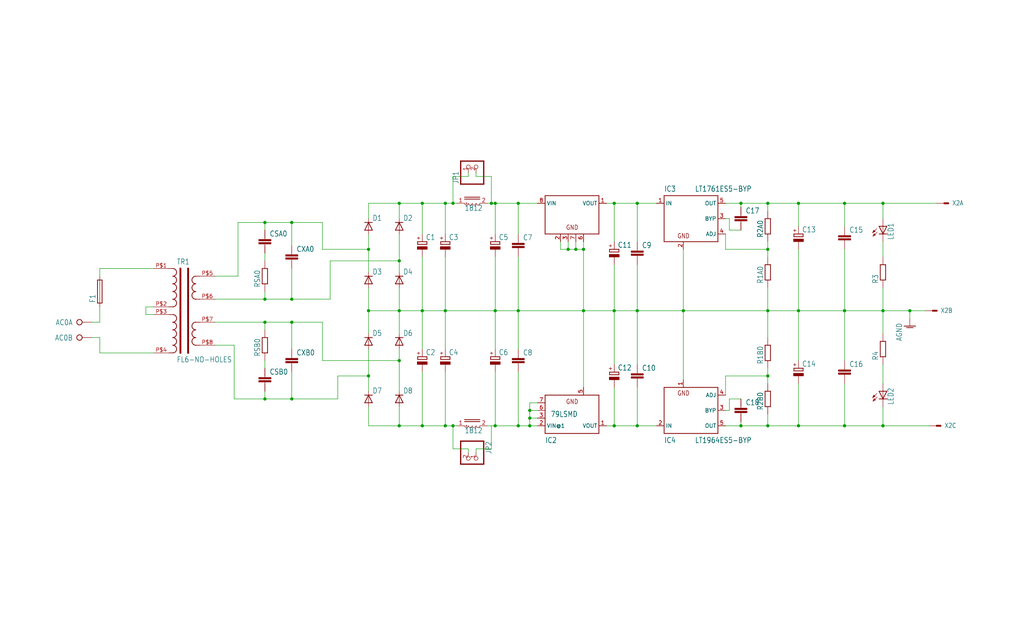
<source format=kicad_sch>
(kicad_sch (version 20230121) (generator eeschema)
  (paper "User" 338.76 210.007)
  (lib_symbols
    (symbol "psu-eagle-import:1812"
      (symbol "1812_1_0"
        (arc (start -2.54 0) (mid -1.9051 -0.5748) (end -1.27 -0.0002) (stroke (width 0.1524)))
        (circle (center -1.905 0) (radius 0.1796))
        (arc (start -1.27 0) (mid -0.6351 -0.5748) (end 0 -0.0002) (stroke (width 0.1524)))
        (polyline (pts (xy 2.54 1.397) (xy -2.54 1.397)) (stroke (width 0.254)))
        (polyline (pts (xy 2.54 2.032) (xy -2.54 2.032)) (stroke (width 0.254)))
        (arc (start 0 0) (mid 0.6349 -0.5748) (end 1.27 -0.0002) (stroke (width 0.1524)))
        (arc (start 1.27 0) (mid 1.9049 -0.5748) (end 2.54 -0.0002) (stroke (width 0.1524)))
        (pin passive line (at -5.08 0 0) (length 2.54) (name "1") (number "1"))
        (pin passive line (at 5.08 0 180) (length 2.54) (name "2") (number "2"))
      )
    )
    (symbol "psu-eagle-import:22-23-2031"
      (property "Reference" "X" (at 2.54 -0.762 0))
      (symbol "22-23-2031_1_0"
        (polyline (pts (xy 1.27 0) (xy 0 0)) (stroke (width 0.6096)))
        (pin passive line (at -2.54 0 0) (length 2.54) (name "S") (number "1"))
      )
      (symbol "22-23-2031_2_0"
        (polyline (pts (xy 1.27 0) (xy 0 0)) (stroke (width 0.6096)))
        (pin passive line (at -2.54 0 0) (length 2.54) (name "S") (number "2"))
      )
      (symbol "22-23-2031_3_0"
        (polyline (pts (xy 1.27 0) (xy 0 0)) (stroke (width 0.6096)))
        (pin passive line (at -2.54 0 0) (length 2.54) (name "S") (number "3"))
      )
    )
    (symbol "psu-eagle-import:78LSMD"
      (symbol "78LSMD_1_0"
        (polyline (pts (xy -8.89 -6.35) (xy -8.89 6.35)) (stroke (width 0.254)))
        (polyline (pts (xy -8.89 6.35) (xy 8.89 6.35)) (stroke (width 0.254)))
        (polyline (pts (xy 8.89 -6.35) (xy -8.89 -6.35)) (stroke (width 0.254)))
        (polyline (pts (xy 8.89 6.35) (xy 8.89 -6.35)) (stroke (width 0.254)))
        (text "GND" (at -2.032 -5.08 0) (effects (font (size 1.524 1.2954)) (justify left bottom)))
        (pin output line (at 11.43 3.81 180) (length 2.54) (name "VOUT") (number "1"))
        (pin power_in line (at -3.81 -8.89 90) (length 2.54) (name "GND@1") (number "2"))
        (pin power_in line (at -1.27 -8.89 90) (length 2.54) (name "GND@2") (number "3"))
        (pin power_in line (at 3.81 -8.89 90) (length 2.54) (name "GND@4") (number "6"))
        (pin power_in line (at 1.27 -8.89 90) (length 2.54) (name "GND@3") (number "7"))
        (pin passive line (at -11.43 3.81 0) (length 2.54) (name "VIN") (number "8"))
      )
      (symbol "78LSMD_2_0"
        (pin no_connect line (at -2.54 0 0) (length 2.54) (name "NC") (number "4"))
      )
      (symbol "78LSMD_3_0"
        (pin no_connect line (at -2.54 0 0) (length 2.54) (name "NC") (number "5"))
      )
    )
    (symbol "psu-eagle-import:79LSMD"
      (property "Reference" "IC" (at -8.89 7.62 0))
      (symbol "79LSMD_1_0"
        (polyline (pts (xy -8.89 -6.35) (xy -8.89 6.35)) (stroke (width 0.254)))
        (polyline (pts (xy -8.89 6.35) (xy 8.89 6.35)) (stroke (width 0.254)))
        (polyline (pts (xy 8.89 -6.35) (xy -8.89 -6.35)) (stroke (width 0.254)))
        (polyline (pts (xy 8.89 6.35) (xy 8.89 -6.35)) (stroke (width 0.254)))
        (text "GND" (at -2.032 -5.08 0) (effects (font (size 1.524 1.2954)) (justify left bottom)))
        (pin output line (at 11.43 3.81 180) (length 2.54) (name "VOUT") (number "1"))
        (pin passive line (at -11.43 3.81 0) (length 2.54) (name "VIN@1") (number "2"))
        (pin power_in line (at -11.43 1.27 0) (length 2.54) (name "VIN@2") (number "3"))
        (pin power_in line (at 3.81 -8.89 90) (length 2.54) (name "GND") (number "5"))
        (pin power_in line (at -11.43 -1.27 0) (length 2.54) (name "VIN@3") (number "6"))
        (pin power_in line (at -11.43 -3.81 0) (length 2.54) (name "VIN@4") (number "7"))
      )
    )
    (symbol "psu-eagle-import:AGND" (power)
      (property "Value" "AGND" (at -2.54 -5.08 90))
      (symbol "AGND_1_0"
        (polyline (pts (xy -1.905 0) (xy 1.905 0)) (stroke (width 0.254)))
        (polyline (pts (xy -1.0922 -0.508) (xy 1.0922 -0.508)) (stroke (width 0.254)))
        (pin power_in line (at 0 2.54 270) (length 2.54) (name "AGND") (number "1"))
      )
    )
    (symbol "psu-eagle-import:C-EUC1206"
      (property "Reference" "C" (at 1.524 0.381 0))
      (symbol "C-EUC1206_1_0"
        (rectangle (start -2.032 -2.032) (end 2.032 -1.524) (fill (type outline)))
        (rectangle (start -2.032 -1.016) (end 2.032 -0.508) (fill (type outline)))
        (polyline (pts (xy 0 -2.54) (xy 0 -2.032)) (stroke (width 0.1524)))
        (polyline (pts (xy 0 0) (xy 0 -0.508)) (stroke (width 0.1524)))
        (pin passive line (at 0 2.54 270) (length 2.54) (name "1") (number "1"))
        (pin passive line (at 0 -5.08 90) (length 2.54) (name "2") (number "2"))
      )
    )
    (symbol "psu-eagle-import:C-EUC1210"
      (property "Reference" "C" (at 1.524 0.381 0))
      (symbol "C-EUC1210_1_0"
        (rectangle (start -2.032 -2.032) (end 2.032 -1.524) (fill (type outline)))
        (rectangle (start -2.032 -1.016) (end 2.032 -0.508) (fill (type outline)))
        (polyline (pts (xy 0 -2.54) (xy 0 -2.032)) (stroke (width 0.1524)))
        (polyline (pts (xy 0 0) (xy 0 -0.508)) (stroke (width 0.1524)))
        (pin passive line (at 0 2.54 270) (length 2.54) (name "1") (number "1"))
        (pin passive line (at 0 -5.08 90) (length 2.54) (name "2") (number "2"))
      )
    )
    (symbol "psu-eagle-import:C-EUC4532"
      (property "Reference" "C" (at 1.524 0.381 0))
      (symbol "C-EUC4532_1_0"
        (rectangle (start -2.032 -2.032) (end 2.032 -1.524) (fill (type outline)))
        (rectangle (start -2.032 -1.016) (end 2.032 -0.508) (fill (type outline)))
        (polyline (pts (xy 0 -2.54) (xy 0 -2.032)) (stroke (width 0.1524)))
        (polyline (pts (xy 0 0) (xy 0 -0.508)) (stroke (width 0.1524)))
        (pin passive line (at 0 2.54 270) (length 2.54) (name "1") (number "1"))
        (pin passive line (at 0 -5.08 90) (length 2.54) (name "2") (number "2"))
      )
    )
    (symbol "psu-eagle-import:CPOL-EUD"
      (property "Reference" "C" (at 1.143 0.4826 0))
      (symbol "CPOL-EUD_1_0"
        (rectangle (start -1.651 -2.54) (end 1.651 -1.651) (fill (type outline)))
        (polyline (pts (xy -1.524 -0.889) (xy 1.524 -0.889)) (stroke (width 0.254)))
        (polyline (pts (xy -1.524 0) (xy -1.524 -0.889)) (stroke (width 0.254)))
        (polyline (pts (xy -1.524 0) (xy 1.524 0)) (stroke (width 0.254)))
        (polyline (pts (xy 1.524 -0.889) (xy 1.524 0)) (stroke (width 0.254)))
        (text "+" (at -0.5842 0.4064 900) (effects (font (size 1.27 1.0795)) (justify left bottom)))
        (pin passive line (at 0 2.54 270) (length 2.54) (name "+") (number "+"))
        (pin passive line (at 0 -5.08 90) (length 2.54) (name "-") (number "-"))
      )
    )
    (symbol "psu-eagle-import:CPOL-EUE5-10.5"
      (property "Reference" "C" (at 1.143 0.4826 0))
      (symbol "CPOL-EUE5-10.5_1_0"
        (rectangle (start -1.651 -2.54) (end 1.651 -1.651) (fill (type outline)))
        (polyline (pts (xy -1.524 -0.889) (xy 1.524 -0.889)) (stroke (width 0.254)))
        (polyline (pts (xy -1.524 0) (xy -1.524 -0.889)) (stroke (width 0.254)))
        (polyline (pts (xy -1.524 0) (xy 1.524 0)) (stroke (width 0.254)))
        (polyline (pts (xy 1.524 -0.889) (xy 1.524 0)) (stroke (width 0.254)))
        (text "+" (at -0.5842 0.4064 900) (effects (font (size 1.27 1.0795)) (justify left bottom)))
        (pin passive line (at 0 2.54 270) (length 2.54) (name "+") (number "+"))
        (pin passive line (at 0 -5.08 90) (length 2.54) (name "-") (number "-"))
      )
    )
    (symbol "psu-eagle-import:DIODE-DO214AC"
      (property "Reference" "D" (at 2.54 0.4826 0))
      (symbol "DIODE-DO214AC_1_0"
        (polyline (pts (xy -1.27 -1.27) (xy 1.27 0)) (stroke (width 0.254)))
        (polyline (pts (xy -1.27 1.27) (xy -1.27 -1.27)) (stroke (width 0.254)))
        (polyline (pts (xy 1.27 0) (xy -1.27 1.27)) (stroke (width 0.254)))
        (polyline (pts (xy 1.27 0) (xy 1.27 -1.27)) (stroke (width 0.254)))
        (polyline (pts (xy 1.27 1.27) (xy 1.27 0)) (stroke (width 0.254)))
        (pin passive line (at -2.54 0 0) (length 2.54) (name "A") (number "A"))
        (pin passive line (at 2.54 0 180) (length 2.54) (name "C") (number "C"))
      )
    )
    (symbol "psu-eagle-import:FL6-NO-HOLES"
      (property "Reference" "TR" (at -2.54 15.24 0))
      (symbol "FL6-NO-HOLES_1_0"
        (arc (start -3.81 -13.97) (mid -2.5455 -12.7) (end -3.81 -11.43) (stroke (width 0.254)))
        (arc (start -3.81 -11.43) (mid -2.5455 -10.16) (end -3.81 -8.89) (stroke (width 0.254)))
        (arc (start -3.81 -8.89) (mid -2.5455 -7.62) (end -3.81 -6.35) (stroke (width 0.254)))
        (arc (start -3.81 -6.35) (mid -2.5455 -5.08) (end -3.81 -3.81) (stroke (width 0.254)))
        (arc (start -3.81 -3.81) (mid -2.5455 -2.54) (end -3.81 -1.27) (stroke (width 0.254)))
        (arc (start -3.81 1.27) (mid -2.5455 2.54) (end -3.81 3.81) (stroke (width 0.254)))
        (arc (start -3.81 3.81) (mid -2.5455 5.08) (end -3.81 6.35) (stroke (width 0.254)))
        (arc (start -3.81 6.35) (mid -2.5455 7.62) (end -3.81 8.89) (stroke (width 0.254)))
        (arc (start -3.81 8.89) (mid -2.5455 10.16) (end -3.81 11.43) (stroke (width 0.254)))
        (arc (start -3.81 11.43) (mid -2.5455 12.7) (end -3.81 13.97) (stroke (width 0.254)))
        (polyline (pts (xy -3.81 -13.97) (xy -5.08 -13.97)) (stroke (width 0.2032)))
        (polyline (pts (xy -3.81 -1.27) (xy -5.08 -1.27)) (stroke (width 0.2032)))
        (polyline (pts (xy -3.81 1.27) (xy -5.08 1.27)) (stroke (width 0.2032)))
        (polyline (pts (xy -3.81 13.97) (xy -5.08 13.97)) (stroke (width 0.2032)))
        (polyline (pts (xy -1.27 13.97) (xy -1.27 -13.97)) (stroke (width 0.6096)))
        (polyline (pts (xy 1.27 13.97) (xy 1.27 -13.97)) (stroke (width 0.6096)))
        (polyline (pts (xy 3.81 -11.43) (xy 5.08 -11.43)) (stroke (width 0.2032)))
        (polyline (pts (xy 3.81 -3.81) (xy 5.08 -3.81)) (stroke (width 0.2032)))
        (polyline (pts (xy 3.81 3.81) (xy 5.08 3.81)) (stroke (width 0.2032)))
        (polyline (pts (xy 3.81 11.43) (xy 5.08 11.43)) (stroke (width 0.2032)))
        (arc (start 3.81 -8.89) (mid 2.5455 -10.16) (end 3.81 -11.43) (stroke (width 0.254)))
        (arc (start 3.81 -6.35) (mid 2.5455 -7.62) (end 3.81 -8.89) (stroke (width 0.254)))
        (arc (start 3.81 -3.81) (mid 2.5455 -5.08) (end 3.81 -6.35) (stroke (width 0.254)))
        (arc (start 3.81 6.35) (mid 2.5455 5.08) (end 3.81 3.81) (stroke (width 0.254)))
        (arc (start 3.81 8.89) (mid 2.5455 7.62) (end 3.81 6.35) (stroke (width 0.254)))
        (arc (start 3.81 11.43) (mid 2.5455 10.16) (end 3.81 8.89) (stroke (width 0.254)))
        (pin passive line (at -10.16 13.97 0) (length 5.08) (name "PRI1A") (number "P$1"))
        (pin passive line (at -10.16 1.27 0) (length 5.08) (name "PRI1B") (number "P$2"))
        (pin passive line (at -10.16 -1.27 0) (length 5.08) (name "PRI2A") (number "P$3"))
        (pin passive line (at -10.16 -13.97 0) (length 5.08) (name "PRI2B") (number "P$4"))
        (pin passive line (at 10.16 11.43 180) (length 5.08) (name "SEC1A") (number "P$5"))
        (pin passive line (at 10.16 3.81 180) (length 5.08) (name "SEC1B") (number "P$6"))
        (pin passive line (at 10.16 -3.81 180) (length 5.08) (name "SEC2A") (number "P$7"))
        (pin passive line (at 10.16 -11.43 180) (length 5.08) (name "SEC2B") (number "P$8"))
      )
    )
    (symbol "psu-eagle-import:GSH15"
      (property "Reference" "F" (at -3.81 1.397 0))
      (symbol "GSH15_1_0"
        (polyline (pts (xy -3.81 -0.762) (xy 3.81 -0.762)) (stroke (width 0.254)))
        (polyline (pts (xy -3.81 0.762) (xy -3.81 -0.762)) (stroke (width 0.254)))
        (polyline (pts (xy -2.54 0) (xy 2.54 0)) (stroke (width 0.1524)))
        (polyline (pts (xy 3.81 -0.762) (xy 3.81 0.762)) (stroke (width 0.254)))
        (polyline (pts (xy 3.81 0.762) (xy -3.81 0.762)) (stroke (width 0.254)))
        (pin passive line (at -5.08 0 0) (length 2.54) (name "1") (number "1"))
        (pin passive line (at 5.08 0 180) (length 2.54) (name "2") (number "2"))
      )
    )
    (symbol "psu-eagle-import:LEDCHIPLED_0805"
      (property "Reference" "LED" (at 3.556 -4.572 90))
      (symbol "LEDCHIPLED_0805_1_0"
        (polyline (pts (xy -2.032 -0.762) (xy -3.429 -2.159)) (stroke (width 0.1524)))
        (polyline (pts (xy -1.905 -1.905) (xy -3.302 -3.302)) (stroke (width 0.1524)))
        (polyline (pts (xy 0 -2.54) (xy -1.27 -2.54)) (stroke (width 0.254)))
        (polyline (pts (xy 0 -2.54) (xy -1.27 0)) (stroke (width 0.254)))
        (polyline (pts (xy 0 0) (xy -1.27 0)) (stroke (width 0.254)))
        (polyline (pts (xy 0 0) (xy 0 -2.54)) (stroke (width 0.1524)))
        (polyline (pts (xy 1.27 -2.54) (xy 0 -2.54)) (stroke (width 0.254)))
        (polyline (pts (xy 1.27 0) (xy 0 -2.54)) (stroke (width 0.254)))
        (polyline (pts (xy 1.27 0) (xy 0 0)) (stroke (width 0.254)))
        (polyline (pts (xy -3.429 -2.159) (xy -3.048 -1.27) (xy -2.54 -1.778)) (stroke (width 0.1524)) (fill (type outline)))
        (polyline (pts (xy -3.302 -3.302) (xy -2.921 -2.413) (xy -2.413 -2.921)) (stroke (width 0.1524)) (fill (type outline)))
        (pin passive line (at 0 2.54 270) (length 2.54) (name "A") (number "A"))
        (pin passive line (at 0 -5.08 90) (length 2.54) (name "C") (number "C"))
      )
    )
    (symbol "psu-eagle-import:LT1761ES5-BYP"
      (property "Reference" "IC" (at -8.89 7.62 0))
      (symbol "LT1761ES5-BYP_1_0"
        (polyline (pts (xy -8.89 -8.89) (xy -8.89 6.35)) (stroke (width 0.254)))
        (polyline (pts (xy -8.89 6.35) (xy 8.89 6.35)) (stroke (width 0.254)))
        (polyline (pts (xy 8.89 -8.89) (xy -8.89 -8.89)) (stroke (width 0.254)))
        (polyline (pts (xy 8.89 6.35) (xy 8.89 -8.89)) (stroke (width 0.254)))
        (text "GND" (at -4.572 -7.874 0) (effects (font (size 1.524 1.2954)) (justify left bottom)))
        (pin input line (at -11.43 3.81 0) (length 2.54) (name "IN") (number "1"))
        (pin power_in line (at -2.54 -11.43 90) (length 2.54) (name "GND") (number "2"))
        (pin input line (at 11.43 -1.27 180) (length 2.54) (name "BYP") (number "3"))
        (pin input line (at 11.43 -6.35 180) (length 2.54) (name "ADJ") (number "4"))
        (pin passive line (at 11.43 3.81 180) (length 2.54) (name "OUT") (number "5"))
      )
    )
    (symbol "psu-eagle-import:LT1964ES5-BYP"
      (property "Reference" "IC" (at -8.89 7.62 0))
      (symbol "LT1964ES5-BYP_1_0"
        (polyline (pts (xy -8.89 -8.89) (xy -8.89 6.35)) (stroke (width 0.254)))
        (polyline (pts (xy -8.89 6.35) (xy 8.89 6.35)) (stroke (width 0.254)))
        (polyline (pts (xy 8.89 -8.89) (xy -8.89 -8.89)) (stroke (width 0.254)))
        (polyline (pts (xy 8.89 6.35) (xy 8.89 -8.89)) (stroke (width 0.254)))
        (text "GND" (at -4.572 -7.874 0) (effects (font (size 1.524 1.2954)) (justify left bottom)))
        (pin power_in line (at -2.54 -11.43 90) (length 2.54) (name "GND") (number "1"))
        (pin input line (at -11.43 3.81 0) (length 2.54) (name "IN") (number "2"))
        (pin input line (at 11.43 -1.27 180) (length 2.54) (name "BYP") (number "3"))
        (pin input line (at 11.43 -6.35 180) (length 2.54) (name "ADJ") (number "4"))
        (pin passive line (at 11.43 3.81 180) (length 2.54) (name "OUT") (number "5"))
      )
    )
    (symbol "psu-eagle-import:PINHD-1X2"
      (property "Reference" "JP" (at -6.35 5.715 0))
      (symbol "PINHD-1X2_1_0"
        (polyline (pts (xy -6.35 -2.54) (xy 1.27 -2.54)) (stroke (width 0.4064)))
        (polyline (pts (xy -6.35 5.08) (xy -6.35 -2.54)) (stroke (width 0.4064)))
        (polyline (pts (xy 1.27 -2.54) (xy 1.27 5.08)) (stroke (width 0.4064)))
        (polyline (pts (xy 1.27 5.08) (xy -6.35 5.08)) (stroke (width 0.4064)))
        (pin passive inverted (at -2.54 2.54 0) (length 2.54) (name "1") (number "1"))
        (pin passive inverted (at -2.54 0 0) (length 2.54) (name "2") (number "2"))
      )
    )
    (symbol "psu-eagle-import:R-EU_R0805"
      (property "Reference" "R" (at -3.81 1.4986 0))
      (symbol "R-EU_R0805_1_0"
        (polyline (pts (xy -2.54 -0.889) (xy -2.54 0.889)) (stroke (width 0.254)))
        (polyline (pts (xy -2.54 -0.889) (xy 2.54 -0.889)) (stroke (width 0.254)))
        (polyline (pts (xy 2.54 -0.889) (xy 2.54 0.889)) (stroke (width 0.254)))
        (polyline (pts (xy 2.54 0.889) (xy -2.54 0.889)) (stroke (width 0.254)))
        (pin passive line (at -5.08 0 0) (length 2.54) (name "1") (number "1"))
        (pin passive line (at 5.08 0 180) (length 2.54) (name "2") (number "2"))
      )
    )
    (symbol "psu-eagle-import:R-EU_R1206"
      (property "Reference" "R" (at -3.81 1.4986 0))
      (symbol "R-EU_R1206_1_0"
        (polyline (pts (xy -2.54 -0.889) (xy -2.54 0.889)) (stroke (width 0.254)))
        (polyline (pts (xy -2.54 -0.889) (xy 2.54 -0.889)) (stroke (width 0.254)))
        (polyline (pts (xy 2.54 -0.889) (xy 2.54 0.889)) (stroke (width 0.254)))
        (polyline (pts (xy 2.54 0.889) (xy -2.54 0.889)) (stroke (width 0.254)))
        (pin passive line (at -5.08 0 0) (length 2.54) (name "1") (number "1"))
        (pin passive line (at 5.08 0 180) (length 2.54) (name "2") (number "2"))
      )
    )
    (symbol "psu-eagle-import:W237-02P"
      (property "Reference" "X" (at -1.27 0.889 0))
      (symbol "W237-02P_1_0"
        (polyline (pts (xy 1.778 0) (xy 2.54 0)) (stroke (width 0.1524)))
        (circle (center 0.889 0) (radius 0.898) (stroke (width 0.254)))
        (pin passive line (at 5.08 0 180) (length 2.54) (name "KL") (number "1"))
      )
      (symbol "W237-02P_2_0"
        (polyline (pts (xy 1.778 0) (xy 2.54 0)) (stroke (width 0.1524)))
        (circle (center 0.889 0) (radius 0.898) (stroke (width 0.254)))
        (pin passive line (at 5.08 0 180) (length 2.54) (name "KL") (number "2"))
      )
    )
  )
  (junction (at 292.1 67.31))
  (junction (at 132.08 102.87))
  (junction (at 171.45 140.97))
  (junction (at 147.32 102.87))
  (junction (at 87.63 132.08))
  (junction (at 210.82 102.87))
  (junction (at 254 124.46))
  (junction (at 96.52 73.66))
  (junction (at 193.04 82.55))
  (junction (at 149.86 67.31))
  (junction (at 175.26 138.43))
  (junction (at 163.83 102.87))
  (junction (at 203.2 102.87))
  (junction (at 190.5 82.55))
  (junction (at 162.56 67.31))
  (junction (at 149.86 140.97))
  (junction (at 187.96 82.55))
  (junction (at 254 102.87))
  (junction (at 139.7 102.87))
  (junction (at 264.16 140.97))
  (junction (at 132.08 67.31))
  (junction (at 121.92 82.55))
  (junction (at 96.52 132.08))
  (junction (at 245.11 67.31))
  (junction (at 87.63 99.06))
  (junction (at 147.32 67.31))
  (junction (at 264.16 67.31))
  (junction (at 121.92 124.46))
  (junction (at 193.04 102.87))
  (junction (at 139.7 67.31))
  (junction (at 132.08 119.38))
  (junction (at 254 82.55))
  (junction (at 87.63 73.66))
  (junction (at 132.08 140.97))
  (junction (at 264.16 102.87))
  (junction (at 210.82 140.97))
  (junction (at 163.83 67.31))
  (junction (at 226.06 102.87))
  (junction (at 203.2 67.31))
  (junction (at 203.2 140.97))
  (junction (at 139.7 140.97))
  (junction (at 175.26 140.97))
  (junction (at 147.32 140.97))
  (junction (at 292.1 140.97))
  (junction (at 171.45 102.87))
  (junction (at 87.63 106.68))
  (junction (at 300.99 102.87))
  (junction (at 121.92 102.87))
  (junction (at 132.08 86.36))
  (junction (at 96.52 99.06))
  (junction (at 279.4 102.87))
  (junction (at 96.52 106.68))
  (junction (at 254 140.97))
  (junction (at 279.4 67.31))
  (junction (at 254 67.31))
  (junction (at 171.45 67.31))
  (junction (at 245.11 140.97))
  (junction (at 292.1 102.87))
  (junction (at 210.82 67.31))
  (junction (at 175.26 135.89))
  (junction (at 163.83 140.97))
  (junction (at 279.4 140.97))
  (wire (pts (xy 187.96 80.01) (xy 187.96 82.55)) (stroke (width 0.1524)))
  (wire (pts (xy 96.52 81.28) (xy 96.52 73.66)) (stroke (width 0.1524)))
  (wire (pts (xy 264.16 82.55) (xy 264.16 102.87)) (stroke (width 0.1524)))
  (wire (pts (xy 147.32 140.97) (xy 139.7 140.97)) (stroke (width 0.1524)))
  (wire (pts (xy 240.03 67.31) (xy 245.11 67.31)) (stroke (width 0.1524)))
  (wire (pts (xy 154.94 149.86) (xy 154.94 148.59)) (stroke (width 0.1524)))
  (wire (pts (xy 226.06 102.87) (xy 254 102.87)) (stroke (width 0.1524)))
  (wire (pts (xy 132.08 140.97) (xy 121.92 140.97)) (stroke (width 0.1524)))
  (wire (pts (xy 241.3 72.39) (xy 241.3 76.2)) (stroke (width 0.1524)))
  (wire (pts (xy 33.02 88.9) (xy 33.02 91.44)) (stroke (width 0.1524)))
  (wire (pts (xy 163.83 115.57) (xy 163.83 102.87)) (stroke (width 0.1524)))
  (wire (pts (xy 163.83 123.19) (xy 163.83 140.97)) (stroke (width 0.1524)))
  (wire (pts (xy 163.83 140.97) (xy 171.45 140.97)) (stroke (width 0.1524)))
  (wire (pts (xy 240.03 135.89) (xy 241.3 135.89)) (stroke (width 0.1524)))
  (wire (pts (xy 292.1 102.87) (xy 300.99 102.87)) (stroke (width 0.1524)))
  (wire (pts (xy 254 82.55) (xy 254 85.09)) (stroke (width 0.1524)))
  (wire (pts (xy 162.56 140.97) (xy 163.83 140.97)) (stroke (width 0.1524)))
  (wire (pts (xy 106.68 73.66) (xy 96.52 73.66)) (stroke (width 0.1524)))
  (wire (pts (xy 157.48 58.42) (xy 162.56 58.42)) (stroke (width 0.1524)))
  (wire (pts (xy 245.11 67.31) (xy 254 67.31)) (stroke (width 0.1524)))
  (wire (pts (xy 210.82 87.63) (xy 210.82 102.87)) (stroke (width 0.1524)))
  (wire (pts (xy 254 137.16) (xy 254 140.97)) (stroke (width 0.1524)))
  (wire (pts (xy 190.5 82.55) (xy 187.96 82.55)) (stroke (width 0.1524)))
  (wire (pts (xy 187.96 82.55) (xy 185.42 82.55)) (stroke (width 0.1524)))
  (wire (pts (xy 147.32 115.57) (xy 147.32 102.87)) (stroke (width 0.1524)))
  (wire (pts (xy 121.92 82.55) (xy 121.92 77.47)) (stroke (width 0.1524)))
  (wire (pts (xy 163.83 85.09) (xy 163.83 102.87)) (stroke (width 0.1524)))
  (wire (pts (xy 254 102.87) (xy 254 95.25)) (stroke (width 0.1524)))
  (wire (pts (xy 264.16 127) (xy 264.16 140.97)) (stroke (width 0.1524)))
  (wire (pts (xy 132.08 102.87) (xy 121.92 102.87)) (stroke (width 0.1524)))
  (wire (pts (xy 254 67.31) (xy 264.16 67.31)) (stroke (width 0.1524)))
  (wire (pts (xy 121.92 82.55) (xy 106.68 82.55)) (stroke (width 0.1524)))
  (wire (pts (xy 132.08 129.54) (xy 132.08 119.38)) (stroke (width 0.1524)))
  (wire (pts (xy 132.08 86.36) (xy 109.22 86.36)) (stroke (width 0.1524)))
  (wire (pts (xy 132.08 67.31) (xy 139.7 67.31)) (stroke (width 0.1524)))
  (wire (pts (xy 210.82 120.65) (xy 210.82 102.87)) (stroke (width 0.1524)))
  (wire (pts (xy 292.1 67.31) (xy 309.88 67.31)) (stroke (width 0.1524)))
  (wire (pts (xy 226.06 82.55) (xy 226.06 102.87)) (stroke (width 0.1524)))
  (wire (pts (xy 203.2 140.97) (xy 210.82 140.97)) (stroke (width 0.1524)))
  (wire (pts (xy 132.08 119.38) (xy 132.08 115.57)) (stroke (width 0.1524)))
  (wire (pts (xy 240.03 82.55) (xy 254 82.55)) (stroke (width 0.1524)))
  (wire (pts (xy 154.94 58.42) (xy 149.86 58.42)) (stroke (width 0.1524)))
  (wire (pts (xy 33.02 116.84) (xy 33.02 111.76)) (stroke (width 0.1524)))
  (wire (pts (xy 240.03 77.47) (xy 240.03 82.55)) (stroke (width 0.1524)))
  (wire (pts (xy 96.52 99.06) (xy 87.63 99.06)) (stroke (width 0.1524)))
  (wire (pts (xy 245.11 68.58) (xy 245.11 67.31)) (stroke (width 0.1524)))
  (wire (pts (xy 132.08 86.36) (xy 132.08 77.47)) (stroke (width 0.1524)))
  (wire (pts (xy 175.26 138.43) (xy 177.8 138.43)) (stroke (width 0.1524)))
  (wire (pts (xy 300.99 105.41) (xy 300.99 102.87)) (stroke (width 0.1524)))
  (wire (pts (xy 87.63 106.68) (xy 96.52 106.68)) (stroke (width 0.1524)))
  (wire (pts (xy 139.7 102.87) (xy 147.32 102.87)) (stroke (width 0.1524)))
  (wire (pts (xy 149.86 67.31) (xy 147.32 67.31)) (stroke (width 0.1524)))
  (wire (pts (xy 78.74 91.44) (xy 71.12 91.44)) (stroke (width 0.1524)))
  (wire (pts (xy 77.47 114.3) (xy 71.12 114.3)) (stroke (width 0.1524)))
  (wire (pts (xy 147.32 102.87) (xy 147.32 85.09)) (stroke (width 0.1524)))
  (wire (pts (xy 254 124.46) (xy 254 121.92)) (stroke (width 0.1524)))
  (wire (pts (xy 50.8 116.84) (xy 33.02 116.84)) (stroke (width 0.1524)))
  (wire (pts (xy 147.32 77.47) (xy 147.32 67.31)) (stroke (width 0.1524)))
  (wire (pts (xy 292.1 85.09) (xy 292.1 80.01)) (stroke (width 0.1524)))
  (wire (pts (xy 163.83 67.31) (xy 171.45 67.31)) (stroke (width 0.1524)))
  (wire (pts (xy 193.04 82.55) (xy 193.04 102.87)) (stroke (width 0.1524)))
  (wire (pts (xy 109.22 86.36) (xy 109.22 99.06)) (stroke (width 0.1524)))
  (wire (pts (xy 157.48 57.15) (xy 157.48 58.42)) (stroke (width 0.1524)))
  (wire (pts (xy 48.26 104.14) (xy 48.26 101.6)) (stroke (width 0.1524)))
  (wire (pts (xy 254 80.01) (xy 254 82.55)) (stroke (width 0.1524)))
  (wire (pts (xy 292.1 127) (xy 292.1 120.65)) (stroke (width 0.1524)))
  (wire (pts (xy 121.92 90.17) (xy 121.92 82.55)) (stroke (width 0.1524)))
  (wire (pts (xy 132.08 102.87) (xy 139.7 102.87)) (stroke (width 0.1524)))
  (wire (pts (xy 210.82 67.31) (xy 217.17 67.31)) (stroke (width 0.1524)))
  (wire (pts (xy 171.45 102.87) (xy 193.04 102.87)) (stroke (width 0.1524)))
  (wire (pts (xy 121.92 115.57) (xy 121.92 124.46)) (stroke (width 0.1524)))
  (wire (pts (xy 264.16 67.31) (xy 279.4 67.31)) (stroke (width 0.1524)))
  (wire (pts (xy 147.32 67.31) (xy 139.7 67.31)) (stroke (width 0.1524)))
  (wire (pts (xy 279.4 67.31) (xy 292.1 67.31)) (stroke (width 0.1524)))
  (wire (pts (xy 87.63 73.66) (xy 78.74 73.66)) (stroke (width 0.1524)))
  (wire (pts (xy 50.8 88.9) (xy 33.02 88.9)) (stroke (width 0.1524)))
  (wire (pts (xy 210.82 140.97) (xy 217.17 140.97)) (stroke (width 0.1524)))
  (wire (pts (xy 132.08 119.38) (xy 106.68 119.38)) (stroke (width 0.1524)))
  (wire (pts (xy 96.52 88.9) (xy 96.52 99.06)) (stroke (width 0.1524)))
  (wire (pts (xy 175.26 133.35) (xy 177.8 133.35)) (stroke (width 0.1524)))
  (wire (pts (xy 109.22 99.06) (xy 96.52 99.06)) (stroke (width 0.1524)))
  (wire (pts (xy 175.26 140.97) (xy 171.45 140.97)) (stroke (width 0.1524)))
  (wire (pts (xy 147.32 123.19) (xy 147.32 140.97)) (stroke (width 0.1524)))
  (wire (pts (xy 121.92 124.46) (xy 121.92 129.54)) (stroke (width 0.1524)))
  (wire (pts (xy 132.08 140.97) (xy 139.7 140.97)) (stroke (width 0.1524)))
  (wire (pts (xy 162.56 148.59) (xy 157.48 148.59)) (stroke (width 0.1524)))
  (wire (pts (xy 240.03 72.39) (xy 241.3 72.39)) (stroke (width 0.1524)))
  (wire (pts (xy 279.4 102.87) (xy 292.1 102.87)) (stroke (width 0.1524)))
  (wire (pts (xy 226.06 125.73) (xy 226.06 102.87)) (stroke (width 0.1524)))
  (wire (pts (xy 121.92 95.25) (xy 121.92 102.87)) (stroke (width 0.1524)))
  (wire (pts (xy 200.66 140.97) (xy 203.2 140.97)) (stroke (width 0.1524)))
  (wire (pts (xy 241.3 132.08) (xy 245.11 132.08)) (stroke (width 0.1524)))
  (wire (pts (xy 162.56 140.97) (xy 162.56 148.59)) (stroke (width 0.1524)))
  (wire (pts (xy 292.1 102.87) (xy 292.1 95.25)) (stroke (width 0.1524)))
  (wire (pts (xy 132.08 110.49) (xy 132.08 102.87)) (stroke (width 0.1524)))
  (wire (pts (xy 210.82 80.01) (xy 210.82 67.31)) (stroke (width 0.1524)))
  (wire (pts (xy 139.7 123.19) (xy 139.7 140.97)) (stroke (width 0.1524)))
  (wire (pts (xy 78.74 73.66) (xy 78.74 91.44)) (stroke (width 0.1524)))
  (wire (pts (xy 87.63 99.06) (xy 71.12 99.06)) (stroke (width 0.1524)))
  (wire (pts (xy 171.45 67.31) (xy 177.8 67.31)) (stroke (width 0.1524)))
  (wire (pts (xy 245.11 140.97) (xy 254 140.97)) (stroke (width 0.1524)))
  (wire (pts (xy 96.52 115.57) (xy 96.52 106.68)) (stroke (width 0.1524)))
  (wire (pts (xy 264.16 74.93) (xy 264.16 67.31)) (stroke (width 0.1524)))
  (wire (pts (xy 96.52 73.66) (xy 87.63 73.66)) (stroke (width 0.1524)))
  (wire (pts (xy 190.5 82.55) (xy 193.04 82.55)) (stroke (width 0.1524)))
  (wire (pts (xy 50.8 104.14) (xy 48.26 104.14)) (stroke (width 0.1524)))
  (wire (pts (xy 87.63 132.08) (xy 77.47 132.08)) (stroke (width 0.1524)))
  (wire (pts (xy 279.4 74.93) (xy 279.4 67.31)) (stroke (width 0.1524)))
  (wire (pts (xy 139.7 77.47) (xy 139.7 67.31)) (stroke (width 0.1524)))
  (wire (pts (xy 279.4 140.97) (xy 292.1 140.97)) (stroke (width 0.1524)))
  (wire (pts (xy 264.16 140.97) (xy 279.4 140.97)) (stroke (width 0.1524)))
  (wire (pts (xy 162.56 67.31) (xy 163.83 67.31)) (stroke (width 0.1524)))
  (wire (pts (xy 96.52 106.68) (xy 106.68 106.68)) (stroke (width 0.1524)))
  (wire (pts (xy 87.63 76.2) (xy 87.63 73.66)) (stroke (width 0.1524)))
  (wire (pts (xy 162.56 58.42) (xy 162.56 67.31)) (stroke (width 0.1524)))
  (wire (pts (xy 240.03 130.81) (xy 240.03 124.46)) (stroke (width 0.1524)))
  (wire (pts (xy 279.4 127) (xy 279.4 140.97)) (stroke (width 0.1524)))
  (wire (pts (xy 71.12 106.68) (xy 87.63 106.68)) (stroke (width 0.1524)))
  (wire (pts (xy 175.26 138.43) (xy 175.26 140.97)) (stroke (width 0.1524)))
  (wire (pts (xy 254 127) (xy 254 124.46)) (stroke (width 0.1524)))
  (wire (pts (xy 203.2 87.63) (xy 203.2 102.87)) (stroke (width 0.1524)))
  (wire (pts (xy 33.02 111.76) (xy 30.48 111.76)) (stroke (width 0.1524)))
  (wire (pts (xy 210.82 128.27) (xy 210.82 140.97)) (stroke (width 0.1524)))
  (wire (pts (xy 264.16 119.38) (xy 264.16 102.87)) (stroke (width 0.1524)))
  (wire (pts (xy 175.26 140.97) (xy 177.8 140.97)) (stroke (width 0.1524)))
  (wire (pts (xy 254 67.31) (xy 254 69.85)) (stroke (width 0.1524)))
  (wire (pts (xy 292.1 72.39) (xy 292.1 67.31)) (stroke (width 0.1524)))
  (wire (pts (xy 121.92 67.31) (xy 132.08 67.31)) (stroke (width 0.1524)))
  (wire (pts (xy 121.92 72.39) (xy 121.92 67.31)) (stroke (width 0.1524)))
  (wire (pts (xy 33.02 101.6) (xy 33.02 106.68)) (stroke (width 0.1524)))
  (wire (pts (xy 264.16 102.87) (xy 279.4 102.87)) (stroke (width 0.1524)))
  (wire (pts (xy 139.7 102.87) (xy 139.7 115.57)) (stroke (width 0.1524)))
  (wire (pts (xy 139.7 85.09) (xy 139.7 102.87)) (stroke (width 0.1524)))
  (wire (pts (xy 161.29 67.31) (xy 162.56 67.31)) (stroke (width 0.1524)))
  (wire (pts (xy 203.2 67.31) (xy 210.82 67.31)) (stroke (width 0.1524)))
  (wire (pts (xy 203.2 102.87) (xy 210.82 102.87)) (stroke (width 0.1524)))
  (wire (pts (xy 121.92 124.46) (xy 111.76 124.46)) (stroke (width 0.1524)))
  (wire (pts (xy 175.26 135.89) (xy 177.8 135.89)) (stroke (width 0.1524)))
  (wire (pts (xy 111.76 124.46) (xy 111.76 132.08)) (stroke (width 0.1524)))
  (wire (pts (xy 203.2 120.65) (xy 203.2 102.87)) (stroke (width 0.1524)))
  (wire (pts (xy 154.94 57.15) (xy 154.94 58.42)) (stroke (width 0.1524)))
  (wire (pts (xy 200.66 67.31) (xy 203.2 67.31)) (stroke (width 0.1524)))
  (wire (pts (xy 254 140.97) (xy 264.16 140.97)) (stroke (width 0.1524)))
  (wire (pts (xy 106.68 82.55) (xy 106.68 73.66)) (stroke (width 0.1524)))
  (wire (pts (xy 132.08 95.25) (xy 132.08 102.87)) (stroke (width 0.1524)))
  (wire (pts (xy 106.68 119.38) (xy 106.68 106.68)) (stroke (width 0.1524)))
  (wire (pts (xy 203.2 128.27) (xy 203.2 140.97)) (stroke (width 0.1524)))
  (wire (pts (xy 87.63 119.38) (xy 87.63 121.92)) (stroke (width 0.1524)))
  (wire (pts (xy 87.63 83.82) (xy 87.63 86.36)) (stroke (width 0.1524)))
  (wire (pts (xy 151.13 140.97) (xy 149.86 140.97)) (stroke (width 0.1524)))
  (wire (pts (xy 240.03 124.46) (xy 254 124.46)) (stroke (width 0.1524)))
  (wire (pts (xy 210.82 102.87) (xy 226.06 102.87)) (stroke (width 0.1524)))
  (wire (pts (xy 279.4 82.55) (xy 279.4 102.87)) (stroke (width 0.1524)))
  (wire (pts (xy 87.63 129.54) (xy 87.63 132.08)) (stroke (width 0.1524)))
  (wire (pts (xy 149.86 140.97) (xy 147.32 140.97)) (stroke (width 0.1524)))
  (wire (pts (xy 147.32 102.87) (xy 163.83 102.87)) (stroke (width 0.1524)))
  (wire (pts (xy 193.04 80.01) (xy 193.04 82.55)) (stroke (width 0.1524)))
  (wire (pts (xy 292.1 134.62) (xy 292.1 140.97)) (stroke (width 0.1524)))
  (wire (pts (xy 132.08 134.62) (xy 132.08 140.97)) (stroke (width 0.1524)))
  (wire (pts (xy 163.83 77.47) (xy 163.83 67.31)) (stroke (width 0.1524)))
  (wire (pts (xy 241.3 76.2) (xy 245.11 76.2)) (stroke (width 0.1524)))
  (wire (pts (xy 185.42 82.55) (xy 185.42 80.01)) (stroke (width 0.1524)))
  (wire (pts (xy 175.26 133.35) (xy 175.26 135.89)) (stroke (width 0.1524)))
  (wire (pts (xy 190.5 80.01) (xy 190.5 82.55)) (stroke (width 0.1524)))
  (wire (pts (xy 48.26 101.6) (xy 50.8 101.6)) (stroke (width 0.1524)))
  (wire (pts (xy 279.4 119.38) (xy 279.4 102.87)) (stroke (width 0.1524)))
  (wire (pts (xy 96.52 132.08) (xy 87.63 132.08)) (stroke (width 0.1524)))
  (wire (pts (xy 175.26 135.89) (xy 175.26 138.43)) (stroke (width 0.1524)))
  (wire (pts (xy 151.13 67.31) (xy 149.86 67.31)) (stroke (width 0.1524)))
  (wire (pts (xy 157.48 148.59) (xy 157.48 149.86)) (stroke (width 0.1524)))
  (wire (pts (xy 254 102.87) (xy 264.16 102.87)) (stroke (width 0.1524)))
  (wire (pts (xy 154.94 148.59) (xy 149.86 148.59)) (stroke (width 0.1524)))
  (wire (pts (xy 77.47 132.08) (xy 77.47 114.3)) (stroke (width 0.1524)))
  (wire (pts (xy 33.02 106.68) (xy 30.48 106.68)) (stroke (width 0.1524)))
  (wire (pts (xy 132.08 90.17) (xy 132.08 86.36)) (stroke (width 0.1524)))
  (wire (pts (xy 149.86 58.42) (xy 149.86 67.31)) (stroke (width 0.1524)))
  (wire (pts (xy 171.45 115.57) (xy 171.45 102.87)) (stroke (width 0.1524)))
  (wire (pts (xy 193.04 128.27) (xy 193.04 102.87)) (stroke (width 0.1524)))
  (wire (pts (xy 292.1 140.97) (xy 307.34 140.97)) (stroke (width 0.1524)))
  (wire (pts (xy 149.86 148.59) (xy 149.86 140.97)) (stroke (width 0.1524)))
  (wire (pts (xy 111.76 132.08) (xy 96.52 132.08)) (stroke (width 0.1524)))
  (wire (pts (xy 96.52 123.19) (xy 96.52 132.08)) (stroke (width 0.1524)))
  (wire (pts (xy 193.04 102.87) (xy 203.2 102.87)) (stroke (width 0.1524)))
  (wire (pts (xy 171.45 85.09) (xy 171.45 102.87)) (stroke (width 0.1524)))
  (wire (pts (xy 254 111.76) (xy 254 102.87)) (stroke (width 0.1524)))
  (wire (pts (xy 300.99 102.87) (xy 306.07 102.87)) (stroke (width 0.1524)))
  (wire (pts (xy 292.1 110.49) (xy 292.1 102.87)) (stroke (width 0.1524)))
  (wire (pts (xy 171.45 123.19) (xy 171.45 140.97)) (stroke (width 0.1524)))
  (wire (pts (xy 132.08 72.39) (xy 132.08 67.31)) (stroke (width 0.1524)))
  (wire (pts (xy 87.63 109.22) (xy 87.63 106.68)) (stroke (width 0.1524)))
  (wire (pts (xy 171.45 77.47) (xy 171.45 67.31)) (stroke (width 0.1524)))
  (wire (pts (xy 87.63 96.52) (xy 87.63 99.06)) (stroke (width 0.1524)))
  (wire (pts (xy 121.92 134.62) (xy 121.92 140.97)) (stroke (width 0.1524)))
  (wire (pts (xy 245.11 139.7) (xy 245.11 140.97)) (stroke (width 0.1524)))
  (wire (pts (xy 203.2 80.01) (xy 203.2 67.31)) (stroke (width 0.1524)))
  (wire (pts (xy 121.92 110.49) (xy 121.92 102.87)) (stroke (width 0.1524)))
  (wire (pts (xy 163.83 102.87) (xy 171.45 102.87)) (stroke (width 0.1524)))
  (wire (pts (xy 161.29 140.97) (xy 162.56 140.97)) (stroke (width 0.1524)))
  (wire (pts (xy 240.03 140.97) (xy 245.11 140.97)) (stroke (width 0.1524)))
  (wire (pts (xy 241.3 135.89) (xy 241.3 132.08)) (stroke (width 0.1524)))
  (symbol (lib_id "psu-eagle-import:CPOL-EUE5-10.5") (at 163.83 118.11 0) (unit 1)
    (property "Reference" "C6" (at 164.973 117.6274 0) (effects (font (size 1.778 1.5113)) (justify left bottom)))
    (property "Value" "CPOL-EUE5-10.5" (effects hide))
    (property "Footprint" "psu:E5-10,5" (effects hide))
  )
  (symbol (lib_id "psu-eagle-import:DIODE-DO214AC") (at 132.08 74.93 90) (unit 1)
    (property "Reference" "D2" (at 133.35 73.1774 90) (effects (font (size 1.778 1.5113)) (justify right top)))
    (property "Value" "DIODE-DO214AC" (effects hide))
    (property "Footprint" "psu:DO214AC" (effects hide))
  )
  (symbol (lib_id "psu-eagle-import:DIODE-DO214AC") (at 132.08 132.08 90) (unit 1)
    (property "Reference" "D8" (at 133.35 130.3274 90) (effects (font (size 1.778 1.5113)) (justify right top)))
    (property "Value" "DIODE-DO214AC" (effects hide))
    (property "Footprint" "psu:DO214AC" (effects hide))
  )
  (symbol (lib_id "psu-eagle-import:1812") (at 156.21 140.97 0) (unit 1)
    (property "Reference" "L2" (effects hide))
    (property "Value" "1812" (at 153.67 143.51 0) (effects (font (size 1.778 1.5113)) (justify left bottom)))
    (property "Footprint" "psu:1812" (effects hide))
  )
  (symbol (lib_id "psu-eagle-import:CPOL-EUE5-10.5") (at 163.83 80.01 0) (unit 1)
    (property "Reference" "C5" (at 164.973 79.5274 0) (effects (font (size 1.778 1.5113)) (justify left bottom)))
    (property "Value" "CPOL-EUE5-10.5" (effects hide))
    (property "Footprint" "psu:E5-10,5" (effects hide))
  )
  (symbol (lib_id "psu-eagle-import:1812") (at 156.21 67.31 0) (unit 1)
    (property "Reference" "L1" (effects hide))
    (property "Value" "1812" (at 153.67 69.85 0) (effects (font (size 1.778 1.5113)) (justify left bottom)))
    (property "Footprint" "psu:1812" (effects hide))
  )
  (symbol (lib_id "psu-eagle-import:C-EUC1210") (at 87.63 124.46 0) (unit 1)
    (property "Reference" "CSB0" (at 89.154 124.079 0) (effects (font (size 1.778 1.5113)) (justify left bottom)))
    (property "Value" "C-EUC1210" (effects hide))
    (property "Footprint" "psu:C1210" (effects hide))
  )
  (symbol (lib_id "psu-eagle-import:CPOL-EUE5-10.5") (at 147.32 118.11 0) (unit 1)
    (property "Reference" "C4" (at 148.463 117.6274 0) (effects (font (size 1.778 1.5113)) (justify left bottom)))
    (property "Value" "CPOL-EUE5-10.5" (effects hide))
    (property "Footprint" "psu:E5-10,5" (effects hide))
  )
  (symbol (lib_id "psu-eagle-import:PINHD-1X2") (at 157.48 54.61 90) (unit 1)
    (property "Reference" "JP1" (at 151.765 60.96 0) (effects (font (size 1.778 1.5113)) (justify left bottom)))
    (property "Value" "PINHD-1X2" (effects hide))
    (property "Footprint" "psu:1X02" (effects hide))
  )
  (symbol (lib_id "psu-eagle-import:DIODE-DO214AC") (at 121.92 74.93 90) (unit 1)
    (property "Reference" "D1" (at 123.19 73.1774 90) (effects (font (size 1.778 1.5113)) (justify right top)))
    (property "Value" "DIODE-DO214AC" (effects hide))
    (property "Footprint" "psu:DO214AC" (effects hide))
  )
  (symbol (lib_id "psu-eagle-import:DIODE-DO214AC") (at 121.92 92.71 90) (unit 1)
    (property "Reference" "D3" (at 123.19 90.9574 90) (effects (font (size 1.778 1.5113)) (justify right top)))
    (property "Value" "DIODE-DO214AC" (effects hide))
    (property "Footprint" "psu:DO214AC" (effects hide))
  )
  (symbol (lib_id "psu-eagle-import:C-EUC1206") (at 210.82 123.19 0) (unit 1)
    (property "Reference" "C10" (at 212.344 122.809 0) (effects (font (size 1.778 1.5113)) (justify left bottom)))
    (property "Value" "C-EUC1206" (effects hide))
    (property "Footprint" "psu:C1206" (effects hide))
  )
  (symbol (lib_id "psu-eagle-import:C-EUC1206") (at 245.11 71.12 0) (unit 1)
    (property "Reference" "C17" (at 246.634 70.739 0) (effects (font (size 1.778 1.5113)) (justify left bottom)))
    (property "Value" "C-EUC1206" (effects hide))
    (property "Footprint" "psu:C1206" (effects hide))
  )
  (symbol (lib_id "psu-eagle-import:R-EU_R0805") (at 254 116.84 90) (unit 1)
    (property "Reference" "R1B0" (at 252.5014 120.65 0) (effects (font (size 1.778 1.5113)) (justify left bottom)))
    (property "Value" "R-EU_R0805" (effects hide))
    (property "Footprint" "psu:R0805" (effects hide))
  )
  (symbol (lib_id "psu-eagle-import:LEDCHIPLED_0805") (at 292.1 129.54 0) (unit 1)
    (property "Reference" "LED2" (at 295.656 134.112 90) (effects (font (size 1.778 1.5113)) (justify left bottom)))
    (property "Value" "LEDCHIPLED_0805" (effects hide))
    (property "Footprint" "psu:CHIPLED_0805" (effects hide))
  )
  (symbol (lib_id "psu-eagle-import:22-23-2031") (at 308.61 102.87 0) (unit 2)
    (property "Reference" "X2" (at 311.15 103.632 0) (effects (font (size 1.524 1.2954)) (justify left bottom)))
    (property "Value" "22-23-2031" (effects hide))
    (property "Footprint" "psu:22-23-2031" (effects hide))
  )
  (symbol (lib_id "psu-eagle-import:CPOL-EUD") (at 203.2 123.19 0) (unit 1)
    (property "Reference" "C12" (at 204.343 122.7074 0) (effects (font (size 1.778 1.5113)) (justify left bottom)))
    (property "Value" "CPOL-EUD" (effects hide))
    (property "Footprint" "psu:PANASONIC_D" (effects hide))
  )
  (symbol (lib_id "psu-eagle-import:DIODE-DO214AC") (at 132.08 113.03 90) (unit 1)
    (property "Reference" "D6" (at 133.35 111.2774 90) (effects (font (size 1.778 1.5113)) (justify right top)))
    (property "Value" "DIODE-DO214AC" (effects hide))
    (property "Footprint" "psu:DO214AC" (effects hide))
  )
  (symbol (lib_id "psu-eagle-import:CPOL-EUE5-10.5") (at 147.32 80.01 0) (unit 1)
    (property "Reference" "C3" (at 148.463 79.5274 0) (effects (font (size 1.778 1.5113)) (justify left bottom)))
    (property "Value" "CPOL-EUE5-10.5" (effects hide))
    (property "Footprint" "psu:E5-10,5" (effects hide))
  )
  (symbol (lib_id "psu-eagle-import:C-EUC1210") (at 96.52 83.82 0) (unit 1)
    (property "Reference" "CXA0" (at 98.044 83.439 0) (effects (font (size 1.778 1.5113)) (justify left bottom)))
    (property "Value" "C-EUC1210" (effects hide))
    (property "Footprint" "psu:C1210" (effects hide))
  )
  (symbol (lib_id "psu-eagle-import:CPOL-EUE5-10.5") (at 139.7 80.01 0) (unit 1)
    (property "Reference" "C1" (at 140.843 79.5274 0) (effects (font (size 1.778 1.5113)) (justify left bottom)))
    (property "Value" "CPOL-EUE5-10.5" (effects hide))
    (property "Footprint" "psu:E5-10,5" (effects hide))
  )
  (symbol (lib_id "psu-eagle-import:C-EUC1206") (at 171.45 118.11 0) (unit 1)
    (property "Reference" "C8" (at 172.974 117.729 0) (effects (font (size 1.778 1.5113)) (justify left bottom)))
    (property "Value" "C-EUC1206" (effects hide))
    (property "Footprint" "psu:C1206" (effects hide))
  )
  (symbol (lib_id "psu-eagle-import:CPOL-EUD") (at 264.16 77.47 0) (unit 1)
    (property "Reference" "C13" (at 265.303 76.9874 0) (effects (font (size 1.778 1.5113)) (justify left bottom)))
    (property "Value" "CPOL-EUD" (effects hide))
    (property "Footprint" "psu:PANASONIC_D" (effects hide))
  )
  (symbol (lib_id "psu-eagle-import:W237-02P") (at 25.4 111.76 0) (unit 2)
    (property "Reference" "AC0" (at 24.13 110.871 0) (effects (font (size 1.778 1.5113)) (justify right top)))
    (property "Value" "W237-02P" (effects hide))
    (property "Footprint" "psu:W237-132" (effects hide))
  )
  (symbol (lib_id "psu-eagle-import:C-EUC4532") (at 279.4 121.92 0) (unit 1)
    (property "Reference" "C16" (at 280.924 121.539 0) (effects (font (size 1.778 1.5113)) (justify left bottom)))
    (property "Value" "C-EUC4532" (effects hide))
    (property "Footprint" "psu:C4532" (effects hide))
  )
  (symbol (lib_id "psu-eagle-import:AGND") (at 300.99 107.95 0) (unit 1)
    (property "Reference" "#AGND1" (effects hide))
    (property "Value" "AGND" (at 298.45 113.03 90) (effects (font (size 1.778 1.5113)) (justify left bottom)))
  )
  (symbol (lib_id "psu-eagle-import:79LSMD") (at 189.23 137.16 0) (mirror x) (unit 1)
    (property "Reference" "IC2" (at 180.34 144.78 0) (effects (font (size 1.778 1.5113)) (justify left bottom)))
    (property "Value" "79LSMD" (at 182.118 136.144 0) (effects (font (size 1.778 1.5113)) (justify left bottom)))
    (property "Footprint" "psu:SOIC08" (effects hide))
  )
  (symbol (lib_id "psu-eagle-import:C-EUC1210") (at 87.63 78.74 0) (unit 1)
    (property "Reference" "CSA0" (at 89.154 78.359 0) (effects (font (size 1.778 1.5113)) (justify left bottom)))
    (property "Value" "C-EUC1210" (effects hide))
    (property "Footprint" "psu:C1210" (effects hide))
  )
  (symbol (lib_id "psu-eagle-import:22-23-2031") (at 312.42 67.31 0) (unit 1)
    (property "Reference" "X2" (at 314.96 68.072 0) (effects (font (size 1.524 1.2954)) (justify left bottom)))
    (property "Value" "22-23-2031" (effects hide))
    (property "Footprint" "psu:22-23-2031" (effects hide))
  )
  (symbol (lib_id "psu-eagle-import:R-EU_R0805") (at 254 90.17 90) (unit 1)
    (property "Reference" "R1A0" (at 252.5014 93.98 0) (effects (font (size 1.778 1.5113)) (justify left bottom)))
    (property "Value" "R-EU_R0805" (effects hide))
    (property "Footprint" "psu:R0805" (effects hide))
  )
  (symbol (lib_id "psu-eagle-import:FL6-NO-HOLES") (at 60.96 102.87 0) (unit 1)
    (property "Reference" "TR1" (at 58.42 87.63 0) (effects (font (size 1.778 1.5113)) (justify left bottom)))
    (property "Value" "FL6-NO-HOLES" (at 58.42 120.015 0) (effects (font (size 1.778 1.5113)) (justify left bottom)))
    (property "Footprint" "psu:FL6-NO-HOLES" (effects hide))
  )
  (symbol (lib_id "psu-eagle-import:22-23-2031") (at 309.88 140.97 0) (unit 3)
    (property "Reference" "X2" (at 312.42 141.732 0) (effects (font (size 1.524 1.2954)) (justify left bottom)))
    (property "Value" "22-23-2031" (effects hide))
    (property "Footprint" "psu:22-23-2031" (effects hide))
  )
  (symbol (lib_id "psu-eagle-import:C-EUC4532") (at 279.4 77.47 0) (unit 1)
    (property "Reference" "C15" (at 280.924 77.089 0) (effects (font (size 1.778 1.5113)) (justify left bottom)))
    (property "Value" "C-EUC4532" (effects hide))
    (property "Footprint" "psu:C4532" (effects hide))
  )
  (symbol (lib_id "psu-eagle-import:LT1761ES5-BYP") (at 228.6 71.12 0) (unit 1)
    (property "Reference" "IC3" (at 219.71 63.5 0) (effects (font (size 1.778 1.5113)) (justify left bottom)))
    (property "Value" "LT1761ES5-BYP" (at 229.87 63.5 0) (effects (font (size 1.778 1.5113)) (justify left bottom)))
    (property "Footprint" "psu:SOT23-5" (effects hide))
  )
  (symbol (lib_id "psu-eagle-import:CPOL-EUE5-10.5") (at 139.7 118.11 0) (unit 1)
    (property "Reference" "C2" (at 140.843 117.6274 0) (effects (font (size 1.778 1.5113)) (justify left bottom)))
    (property "Value" "CPOL-EUE5-10.5" (effects hide))
    (property "Footprint" "psu:E5-10,5" (effects hide))
  )
  (symbol (lib_id "psu-eagle-import:DIODE-DO214AC") (at 121.92 132.08 90) (unit 1)
    (property "Reference" "D7" (at 123.19 130.3274 90) (effects (font (size 1.778 1.5113)) (justify right top)))
    (property "Value" "DIODE-DO214AC" (effects hide))
    (property "Footprint" "psu:DO214AC" (effects hide))
  )
  (symbol (lib_id "psu-eagle-import:GSH15") (at 33.02 96.52 90) (unit 1)
    (property "Reference" "F1" (at 31.623 100.33 0) (effects (font (size 1.778 1.5113)) (justify left bottom)))
    (property "Value" "GSH15" (effects hide))
    (property "Footprint" "psu:GSH15" (effects hide))
  )
  (symbol (lib_id "psu-eagle-import:R-EU_R1206") (at 87.63 91.44 90) (unit 1)
    (property "Reference" "RSA0" (at 86.1314 95.25 0) (effects (font (size 1.778 1.5113)) (justify left bottom)))
    (property "Value" "R-EU_R1206" (effects hide))
    (property "Footprint" "psu:R1206" (effects hide))
  )
  (symbol (lib_id "psu-eagle-import:W237-02P") (at 25.4 106.68 0) (unit 1)
    (property "Reference" "AC0" (at 24.13 105.791 0) (effects (font (size 1.778 1.5113)) (justify right top)))
    (property "Value" "W237-02P" (effects hide))
    (property "Footprint" "psu:W237-132" (effects hide))
  )
  (symbol (lib_id "psu-eagle-import:DIODE-DO214AC") (at 132.08 92.71 90) (unit 1)
    (property "Reference" "D4" (at 133.35 90.9574 90) (effects (font (size 1.778 1.5113)) (justify right top)))
    (property "Value" "DIODE-DO214AC" (effects hide))
    (property "Footprint" "psu:DO214AC" (effects hide))
  )
  (symbol (lib_id "psu-eagle-import:C-EUC1210") (at 96.52 118.11 0) (unit 1)
    (property "Reference" "CXB0" (at 98.044 117.729 0) (effects (font (size 1.778 1.5113)) (justify left bottom)))
    (property "Value" "C-EUC1210" (effects hide))
    (property "Footprint" "psu:C1210" (effects hide))
  )
  (symbol (lib_id "psu-eagle-import:R-EU_R1206") (at 87.63 114.3 90) (unit 1)
    (property "Reference" "RSB0" (at 86.1314 118.11 0) (effects (font (size 1.778 1.5113)) (justify left bottom)))
    (property "Value" "R-EU_R1206" (effects hide))
    (property "Footprint" "psu:R1206" (effects hide))
  )
  (symbol (lib_id "psu-eagle-import:C-EUC1206") (at 210.82 82.55 0) (unit 1)
    (property "Reference" "C9" (at 212.344 82.169 0) (effects (font (size 1.778 1.5113)) (justify left bottom)))
    (property "Value" "C-EUC1206" (effects hide))
    (property "Footprint" "psu:C1206" (effects hide))
  )
  (symbol (lib_id "psu-eagle-import:DIODE-DO214AC") (at 121.92 113.03 90) (unit 1)
    (property "Reference" "D5" (at 123.19 111.2774 90) (effects (font (size 1.778 1.5113)) (justify right top)))
    (property "Value" "DIODE-DO214AC" (effects hide))
    (property "Footprint" "psu:DO214AC" (effects hide))
  )
  (symbol (lib_id "psu-eagle-import:LEDCHIPLED_0805") (at 292.1 74.93 0) (unit 1)
    (property "Reference" "LED1" (at 295.656 79.502 90) (effects (font (size 1.778 1.5113)) (justify left bottom)))
    (property "Value" "LEDCHIPLED_0805" (effects hide))
    (property "Footprint" "psu:CHIPLED_0805" (effects hide))
  )
  (symbol (lib_id "psu-eagle-import:CPOL-EUD") (at 264.16 121.92 0) (unit 1)
    (property "Reference" "C14" (at 265.303 121.4374 0) (effects (font (size 1.778 1.5113)) (justify left bottom)))
    (property "Value" "CPOL-EUD" (effects hide))
    (property "Footprint" "psu:PANASONIC_D" (effects hide))
  )
  (symbol (lib_id "psu-eagle-import:C-EUC1206") (at 171.45 80.01 0) (unit 1)
    (property "Reference" "C7" (at 172.974 79.629 0) (effects (font (size 1.778 1.5113)) (justify left bottom)))
    (property "Value" "C-EUC1206" (effects hide))
    (property "Footprint" "psu:C1206" (effects hide))
  )
  (symbol (lib_id "psu-eagle-import:R-EU_R1206") (at 292.1 115.57 90) (unit 1)
    (property "Reference" "R4" (at 290.6014 119.38 0) (effects (font (size 1.778 1.5113)) (justify left bottom)))
    (property "Value" "R-EU_R1206" (effects hide))
    (property "Footprint" "psu:R1206" (effects hide))
  )
  (symbol (lib_id "psu-eagle-import:LT1964ES5-BYP") (at 228.6 137.16 0) (mirror x) (unit 1)
    (property "Reference" "IC4" (at 219.71 144.78 0) (effects (font (size 1.778 1.5113)) (justify left bottom)))
    (property "Value" "LT1964ES5-BYP" (at 229.87 144.78 0) (effects (font (size 1.778 1.5113)) (justify left bottom)))
    (property "Footprint" "psu:SOT23-5" (effects hide))
  )
  (symbol (lib_id "psu-eagle-import:78LSMD") (at 189.23 71.12 0) (unit 1)
    (property "Reference" "IC1" (effects hide))
    (property "Value" "78LSMD" (effects hide))
    (property "Footprint" "psu:SOIC08" (effects hide))
  )
  (symbol (lib_id "psu-eagle-import:R-EU_R1206") (at 292.1 90.17 90) (unit 1)
    (property "Reference" "R3" (at 290.6014 93.98 0) (effects (font (size 1.778 1.5113)) (justify left bottom)))
    (property "Value" "R-EU_R1206" (effects hide))
    (property "Footprint" "psu:R1206" (effects hide))
  )
  (symbol (lib_id "psu-eagle-import:CPOL-EUD") (at 203.2 82.55 0) (unit 1)
    (property "Reference" "C11" (at 204.343 82.0674 0) (effects (font (size 1.778 1.5113)) (justify left bottom)))
    (property "Value" "CPOL-EUD" (effects hide))
    (property "Footprint" "psu:PANASONIC_D" (effects hide))
  )
  (symbol (lib_id "psu-eagle-import:R-EU_R0805") (at 254 132.08 90) (unit 1)
    (property "Reference" "R2B0" (at 252.5014 135.89 0) (effects (font (size 1.778 1.5113)) (justify left bottom)))
    (property "Value" "R-EU_R0805" (effects hide))
    (property "Footprint" "psu:R0805" (effects hide))
  )
  (symbol (lib_id "psu-eagle-import:PINHD-1X2") (at 154.94 152.4 270) (unit 1)
    (property "Reference" "JP2" (at 160.655 146.05 0) (effects (font (size 1.778 1.5113)) (justify left bottom)))
    (property "Value" "PINHD-1X2" (effects hide))
    (property "Footprint" "psu:1X02" (effects hide))
  )
  (symbol (lib_id "psu-eagle-import:R-EU_R0805") (at 254 74.93 90) (unit 1)
    (property "Reference" "R2A0" (at 252.5014 78.74 0) (effects (font (size 1.778 1.5113)) (justify left bottom)))
    (property "Value" "R-EU_R0805" (effects hide))
    (property "Footprint" "psu:R0805" (effects hide))
  )
  (symbol (lib_id "psu-eagle-import:C-EUC1206") (at 245.11 134.62 0) (unit 1)
    (property "Reference" "C18" (at 246.634 134.239 0) (effects (font (size 1.778 1.5113)) (justify left bottom)))
    (property "Value" "C-EUC1206" (effects hide))
    (property "Footprint" "psu:C1206" (effects hide))
  )
)
</source>
